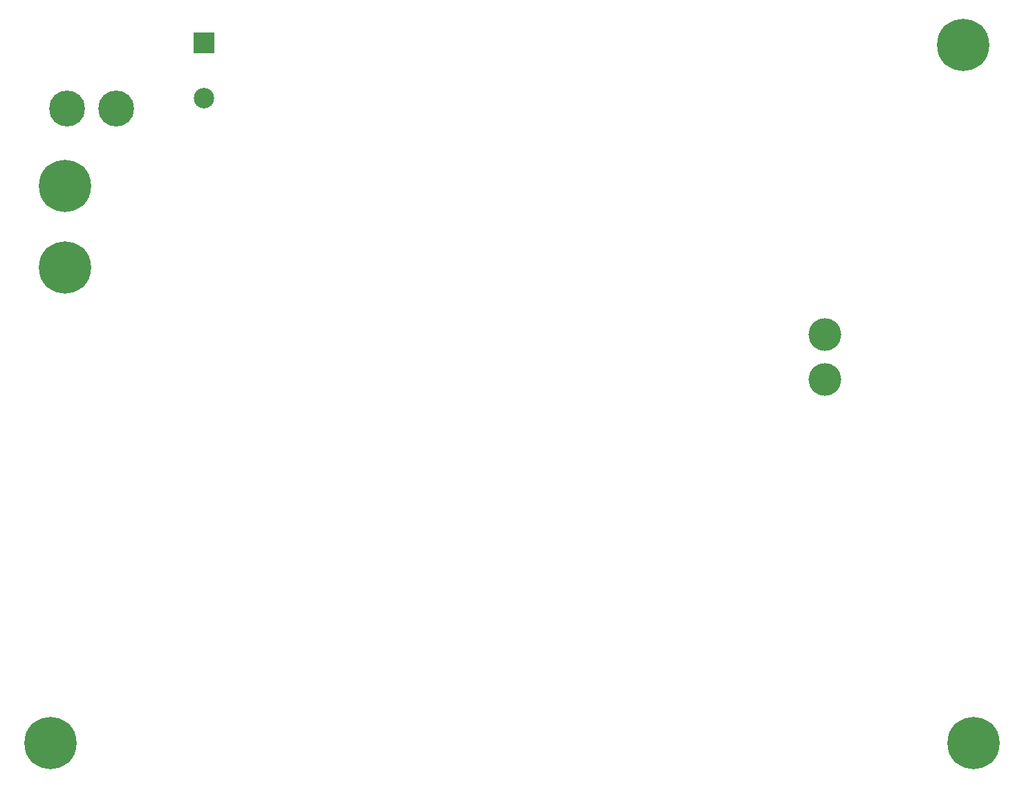
<source format=gbr>
%TF.GenerationSoftware,KiCad,Pcbnew,(6.0.4)*%
%TF.CreationDate,2022-11-13T14:24:48+02:00*%
%TF.ProjectId,pcb_heater_driver,7063625f-6865-4617-9465-725f64726976,rev?*%
%TF.SameCoordinates,Original*%
%TF.FileFunction,Copper,L2,Bot*%
%TF.FilePolarity,Positive*%
%FSLAX46Y46*%
G04 Gerber Fmt 4.6, Leading zero omitted, Abs format (unit mm)*
G04 Created by KiCad (PCBNEW (6.0.4)) date 2022-11-13 14:24:48*
%MOMM*%
%LPD*%
G01*
G04 APERTURE LIST*
%TA.AperFunction,ConnectorPad*%
%ADD10C,6.400000*%
%TD*%
%TA.AperFunction,ComponentPad*%
%ADD11C,3.600000*%
%TD*%
%TA.AperFunction,ConnectorPad*%
%ADD12C,4.400000*%
%TD*%
%TA.AperFunction,ComponentPad*%
%ADD13C,2.600000*%
%TD*%
%TA.AperFunction,ComponentPad*%
%ADD14R,2.500000X2.500000*%
%TD*%
%TA.AperFunction,ComponentPad*%
%ADD15C,2.500000*%
%TD*%
%TA.AperFunction,ComponentPad*%
%ADD16C,4.000000*%
%TD*%
G04 APERTURE END LIST*
D10*
%TO.P,H8,1,1*%
%TO.N,unconnected-(H8-Pad1)*%
X157500000Y-27250000D03*
D11*
X157500000Y-27250000D03*
%TD*%
D10*
%TO.P,H7,1,1*%
%TO.N,unconnected-(H7-Pad1)*%
X158750000Y-112750000D03*
D11*
X158750000Y-112750000D03*
%TD*%
D10*
%TO.P,H5,1,1*%
%TO.N,unconnected-(H5-Pad1)*%
X45750000Y-112750000D03*
D11*
X45750000Y-112750000D03*
%TD*%
D10*
%TO.P,H4,1*%
%TO.N,N/C*%
X47500000Y-54500000D03*
D11*
X47500000Y-54500000D03*
%TD*%
D10*
%TO.P,H3,1*%
%TO.N,N/C*%
X47500000Y-44500000D03*
D11*
X47500000Y-44500000D03*
%TD*%
D12*
%TO.P,H2,1,1*%
%TO.N,/NEUTRAL*%
X53750000Y-35000000D03*
D13*
X53750000Y-35000000D03*
%TD*%
D12*
%TO.P,H1,1,1*%
%TO.N,/LIVE*%
X47800000Y-35000000D03*
D13*
X47800000Y-35000000D03*
%TD*%
D14*
%TO.P,PS1,1,AC/L*%
%TO.N,/LIVE*%
X64550000Y-26992500D03*
D15*
%TO.P,PS1,2,AC/N*%
%TO.N,/NEUTRAL*%
X64550000Y-33742500D03*
D16*
%TO.P,PS1,3,+Vout*%
%TO.N,+12V*%
X140550000Y-68242500D03*
%TO.P,PS1,4,-Vout*%
%TO.N,GND*%
X140550000Y-62742500D03*
%TD*%
M02*

</source>
